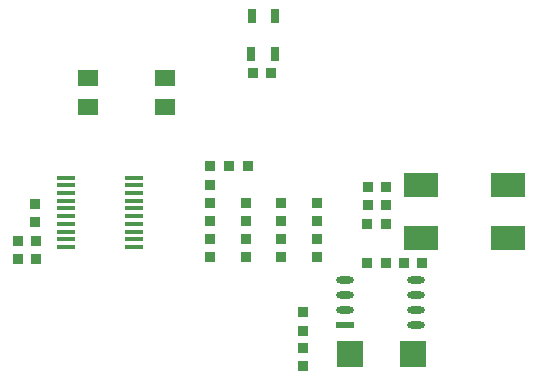
<source format=gbr>
%TF.GenerationSoftware,Altium Limited,Altium Designer,21.6.4 (81)*%
G04 Layer_Color=128*
%FSLAX43Y43*%
%MOMM*%
%TF.SameCoordinates,1CE7F002-25C6-4FEA-A4B7-191A7A1919B5*%
%TF.FilePolarity,Positive*%
%TF.FileFunction,Paste,Bot*%
%TF.Part,Single*%
G01*
G75*
%TA.AperFunction,SMDPad,CuDef*%
%ADD10R,0.850X0.900*%
%ADD11R,1.500X0.600*%
%ADD12O,1.500X0.600*%
%ADD28R,0.800X1.250*%
%ADD29R,0.900X0.850*%
%ADD30R,1.800X1.450*%
%ADD31R,2.300X2.300*%
%ADD32R,1.600X0.400*%
%ADD33R,3.000X2.000*%
D10*
X24605Y42760D02*
D03*
X26155D02*
D03*
X22600Y34850D02*
D03*
X24150D02*
D03*
X35838Y29985D02*
D03*
X34288D02*
D03*
X35855Y31560D02*
D03*
X34305D02*
D03*
X38905Y26660D02*
D03*
X37355D02*
D03*
X34315Y33140D02*
D03*
X35865D02*
D03*
X35832Y26660D02*
D03*
X34282D02*
D03*
X4695Y27040D02*
D03*
X6245D02*
D03*
X4695Y28570D02*
D03*
X6245D02*
D03*
D11*
X32413Y21407D02*
D03*
D12*
X38413Y25217D02*
D03*
Y23947D02*
D03*
Y22677D02*
D03*
Y21407D02*
D03*
X32413Y25217D02*
D03*
Y23947D02*
D03*
Y22677D02*
D03*
D28*
X26450Y44400D02*
D03*
X24450D02*
D03*
X24481Y47590D02*
D03*
X26481D02*
D03*
D29*
X28840Y17955D02*
D03*
Y19505D02*
D03*
Y20932D02*
D03*
Y22482D02*
D03*
X21000Y33310D02*
D03*
Y34860D02*
D03*
X6180Y30115D02*
D03*
Y31665D02*
D03*
X21000Y31775D02*
D03*
Y30225D02*
D03*
X20995Y28700D02*
D03*
Y27150D02*
D03*
X23995Y28700D02*
D03*
Y27150D02*
D03*
X24000Y31775D02*
D03*
Y30225D02*
D03*
X27000Y28700D02*
D03*
Y27150D02*
D03*
X27000Y31775D02*
D03*
Y30225D02*
D03*
X30000Y28700D02*
D03*
Y27150D02*
D03*
X30000Y31775D02*
D03*
Y30225D02*
D03*
D30*
X17175Y39845D02*
D03*
X10625D02*
D03*
X17175Y42295D02*
D03*
X10625D02*
D03*
D31*
X38190Y18980D02*
D03*
X32790D02*
D03*
D32*
X8790Y28035D02*
D03*
Y28685D02*
D03*
Y29335D02*
D03*
Y29985D02*
D03*
Y30635D02*
D03*
Y31285D02*
D03*
Y31935D02*
D03*
Y32585D02*
D03*
Y33235D02*
D03*
Y33885D02*
D03*
X14490D02*
D03*
Y32585D02*
D03*
Y31935D02*
D03*
Y31285D02*
D03*
Y30635D02*
D03*
Y29985D02*
D03*
Y29335D02*
D03*
Y28685D02*
D03*
Y28035D02*
D03*
Y33235D02*
D03*
D33*
X46175Y33250D02*
D03*
Y28750D02*
D03*
X38825Y33250D02*
D03*
Y28750D02*
D03*
%TF.MD5,f3fa6ce1f0868e4b503f77f2febe3227*%
M02*

</source>
